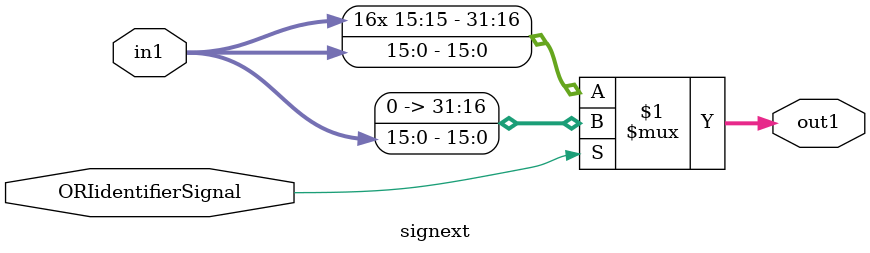
<source format=v>
module signext(in1,out1,ORIidentifierSignal);
input [15:0] in1;
input ORIidentifierSignal;
output [31:0] out1;
assign 	 out1 = ORIidentifierSignal ? {{ 16 {1'b0}}, in1}:{{ 16 {in1[15]}}, in1};
endmodule
</source>
